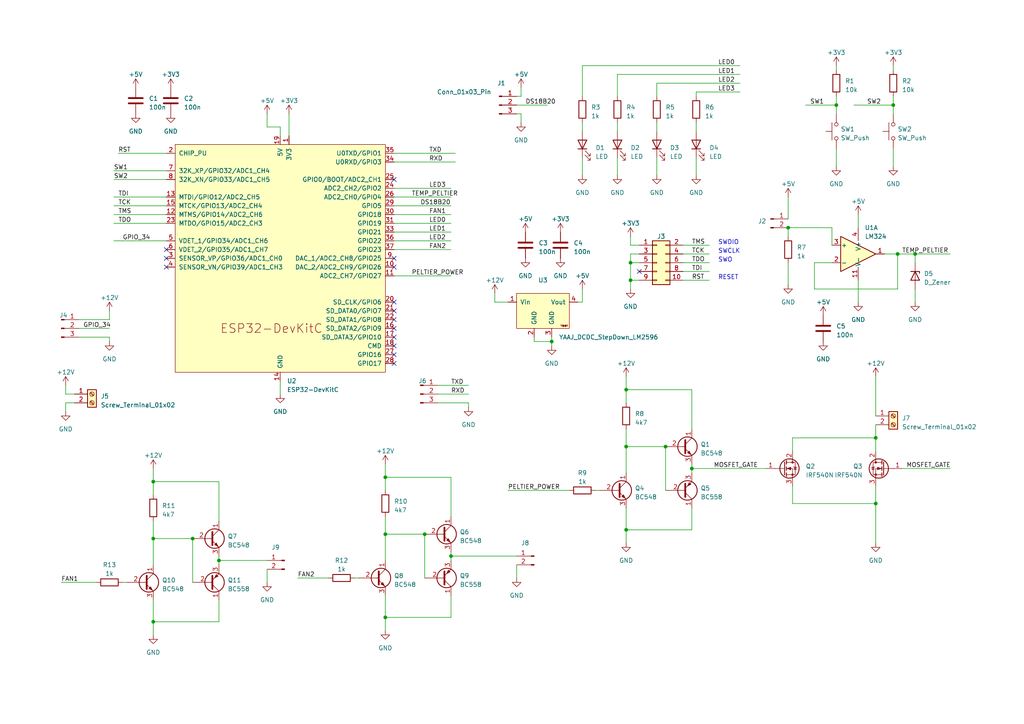
<source format=kicad_sch>
(kicad_sch (version 20230121) (generator eeschema)
  (paper "A4")
  (lib_symbols
    (symbol "Amplifier_Operational:LM324" (pin_names (offset 0.127))
      (property "Reference" "U" (at 0 5.08 0))
      (property "Value" "LM324" (at 0 -5.08 0))
      (symbol "LM324_1_1"
        (polyline (pts (xy -5.08 5.08) (xy 5.08 0) (xy -5.08 -5.08) (xy -5.08 5.08)) (stroke (width 0.254)) (fill (type background)))
        (pin output line (at 7.62 0 180) (length 2.54) (name "~") (number "1"))
        (pin input line (at -7.62 -2.54 0) (length 2.54) (name "-") (number "2"))
        (pin input line (at -7.62 2.54 0) (length 2.54) (name "+") (number "3"))
      )
      (symbol "LM324_2_1"
        (polyline (pts (xy -5.08 5.08) (xy 5.08 0) (xy -5.08 -5.08) (xy -5.08 5.08)) (stroke (width 0.254)) (fill (type background)))
        (pin input line (at -7.62 2.54 0) (length 2.54) (name "+") (number "5"))
        (pin input line (at -7.62 -2.54 0) (length 2.54) (name "-") (number "6"))
        (pin output line (at 7.62 0 180) (length 2.54) (name "~") (number "7"))
      )
      (symbol "LM324_3_1"
        (polyline (pts (xy -5.08 5.08) (xy 5.08 0) (xy -5.08 -5.08) (xy -5.08 5.08)) (stroke (width 0.254)) (fill (type background)))
        (pin input line (at -7.62 2.54 0) (length 2.54) (name "+") (number "10"))
        (pin output line (at 7.62 0 180) (length 2.54) (name "~") (number "8"))
        (pin input line (at -7.62 -2.54 0) (length 2.54) (name "-") (number "9"))
      )
      (symbol "LM324_4_1"
        (polyline (pts (xy -5.08 5.08) (xy 5.08 0) (xy -5.08 -5.08) (xy -5.08 5.08)) (stroke (width 0.254)) (fill (type background)))
        (pin input line (at -7.62 2.54 0) (length 2.54) (name "+") (number "12"))
        (pin input line (at -7.62 -2.54 0) (length 2.54) (name "-") (number "13"))
        (pin output line (at 7.62 0 180) (length 2.54) (name "~") (number "14"))
      )
      (symbol "LM324_5_1"
        (pin power_in line (at -2.54 -7.62 90) (length 3.81) (name "V-") (number "11"))
        (pin power_in line (at -2.54 7.62 270) (length 3.81) (name "V+") (number "4"))
      )
    )
    (symbol "Connector:Conn_01x02_Pin" (pin_names (offset 1.016) hide)
      (property "Reference" "J" (at 0 2.54 0))
      (property "Value" "Conn_01x02_Pin" (at 0 -5.08 0))
      (symbol "Conn_01x02_Pin_1_1"
        (polyline (pts (xy 1.27 -2.54) (xy 0.8636 -2.54)) (stroke (width 0.1524)))
        (polyline (pts (xy 1.27 0) (xy 0.8636 0)) (stroke (width 0.1524)))
        (rectangle (start 0.8636 -2.413) (end 0 -2.667) (stroke (width 0.1524)) (fill (type outline)))
        (rectangle (start 0.8636 0.127) (end 0 -0.127) (stroke (width 0.1524)) (fill (type outline)))
        (pin passive line (at 5.08 0 180) (length 3.81) (name "Pin_1") (number "1"))
        (pin passive line (at 5.08 -2.54 180) (length 3.81) (name "Pin_2") (number "2"))
      )
    )
    (symbol "Connector:Conn_01x03_Pin" (pin_names (offset 1.016) hide)
      (property "Reference" "J" (at 0 5.08 0))
      (property "Value" "Conn_01x03_Pin" (at 0 -5.08 0))
      (symbol "Conn_01x03_Pin_1_1"
        (polyline (pts (xy 1.27 -2.54) (xy 0.8636 -2.54)) (stroke (width 0.1524)))
        (polyline (pts (xy 1.27 0) (xy 0.8636 0)) (stroke (width 0.1524)))
        (polyline (pts (xy 1.27 2.54) (xy 0.8636 2.54)) (stroke (width 0.1524)))
        (rectangle (start 0.8636 -2.413) (end 0 -2.667) (stroke (width 0.1524)) (fill (type outline)))
        (rectangle (start 0.8636 0.127) (end 0 -0.127) (stroke (width 0.1524)) (fill (type outline)))
        (rectangle (start 0.8636 2.667) (end 0 2.413) (stroke (width 0.1524)) (fill (type outline)))
        (pin passive line (at 5.08 2.54 180) (length 3.81) (name "Pin_1") (number "1"))
        (pin passive line (at 5.08 0 180) (length 3.81) (name "Pin_2") (number "2"))
        (pin passive line (at 5.08 -2.54 180) (length 3.81) (name "Pin_3") (number "3"))
      )
    )
    (symbol "Connector:Screw_Terminal_01x02" (pin_names (offset 1.016) hide)
      (property "Reference" "J" (at 0 2.54 0))
      (property "Value" "Screw_Terminal_01x02" (at 0 -5.08 0))
      (symbol "Screw_Terminal_01x02_1_1"
        (rectangle (start -1.27 1.27) (end 1.27 -3.81) (stroke (width 0.254)) (fill (type background)))
        (circle (center 0 -2.54) (radius 0.635) (stroke (width 0.1524)))
        (polyline (pts (xy -0.5334 -2.2098) (xy 0.3302 -3.048)) (stroke (width 0.1524)))
        (polyline (pts (xy -0.5334 0.3302) (xy 0.3302 -0.508)) (stroke (width 0.1524)))
        (polyline (pts (xy -0.3556 -2.032) (xy 0.508 -2.8702)) (stroke (width 0.1524)))
        (polyline (pts (xy -0.3556 0.508) (xy 0.508 -0.3302)) (stroke (width 0.1524)))
        (circle (center 0 0) (radius 0.635) (stroke (width 0.1524)))
        (pin passive line (at -5.08 0 0) (length 3.81) (name "Pin_1") (number "1"))
        (pin passive line (at -5.08 -2.54 0) (length 3.81) (name "Pin_2") (number "2"))
      )
    )
    (symbol "Connector_Generic:Conn_02x05_Odd_Even" (pin_names (offset 1.016) hide)
      (property "Reference" "J" (at 1.27 7.62 0))
      (property "Value" "Conn_02x05_Odd_Even" (at 1.27 -7.62 0))
      (symbol "Conn_02x05_Odd_Even_1_1"
        (rectangle (start -1.27 -4.953) (end 0 -5.207) (stroke (width 0.1524)))
        (rectangle (start -1.27 -2.413) (end 0 -2.667) (stroke (width 0.1524)))
        (rectangle (start -1.27 0.127) (end 0 -0.127) (stroke (width 0.1524)))
        (rectangle (start -1.27 2.667) (end 0 2.413) (stroke (width 0.1524)))
        (rectangle (start -1.27 5.207) (end 0 4.953) (stroke (width 0.1524)))
        (rectangle (start -1.27 6.35) (end 3.81 -6.35) (stroke (width 0.254)) (fill (type background)))
        (rectangle (start 3.81 -4.953) (end 2.54 -5.207) (stroke (width 0.1524)))
        (rectangle (start 3.81 -2.413) (end 2.54 -2.667) (stroke (width 0.1524)))
        (rectangle (start 3.81 0.127) (end 2.54 -0.127) (stroke (width 0.1524)))
        (rectangle (start 3.81 2.667) (end 2.54 2.413) (stroke (width 0.1524)))
        (rectangle (start 3.81 5.207) (end 2.54 4.953) (stroke (width 0.1524)))
        (pin passive line (at -5.08 5.08 0) (length 3.81) (name "Pin_1") (number "1"))
        (pin passive line (at 7.62 -5.08 180) (length 3.81) (name "Pin_10") (number "10"))
        (pin passive line (at 7.62 5.08 180) (length 3.81) (name "Pin_2") (number "2"))
        (pin passive line (at -5.08 2.54 0) (length 3.81) (name "Pin_3") (number "3"))
        (pin passive line (at 7.62 2.54 180) (length 3.81) (name "Pin_4") (number "4"))
        (pin passive line (at -5.08 0 0) (length 3.81) (name "Pin_5") (number "5"))
        (pin passive line (at 7.62 0 180) (length 3.81) (name "Pin_6") (number "6"))
        (pin passive line (at -5.08 -2.54 0) (length 3.81) (name "Pin_7") (number "7"))
        (pin passive line (at 7.62 -2.54 180) (length 3.81) (name "Pin_8") (number "8"))
        (pin passive line (at -5.08 -5.08 0) (length 3.81) (name "Pin_9") (number "9"))
      )
    )
    (symbol "Device:C" (pin_numbers hide) (pin_names (offset 0.254))
      (property "Reference" "C" (at 0.635 2.54 0))
      (property "Value" "C" (at 0.635 -2.54 0))
      (symbol "C_0_1"
        (polyline (pts (xy -2.032 -0.762) (xy 2.032 -0.762)) (stroke (width 0.508)))
        (polyline (pts (xy -2.032 0.762) (xy 2.032 0.762)) (stroke (width 0.508)))
      )
      (symbol "C_1_1"
        (pin passive line (at 0 3.81 270) (length 2.794) (name "~") (number "1"))
        (pin passive line (at 0 -3.81 90) (length 2.794) (name "~") (number "2"))
      )
    )
    (symbol "Device:D_Zener" (pin_numbers hide) (pin_names (offset 1.016) hide)
      (property "Reference" "D" (at 0 2.54 0))
      (property "Value" "D_Zener" (at 0 -2.54 0))
      (symbol "D_Zener_0_1"
        (polyline (pts (xy 1.27 0) (xy -1.27 0)))
        (polyline (pts (xy -1.27 -1.27) (xy -1.27 1.27) (xy -0.762 1.27)) (stroke (width 0.254)))
        (polyline (pts (xy 1.27 -1.27) (xy 1.27 1.27) (xy -1.27 0) (xy 1.27 -1.27)) (stroke (width 0.254)))
      )
      (symbol "D_Zener_1_1"
        (pin passive line (at -3.81 0 0) (length 2.54) (name "K") (number "1"))
        (pin passive line (at 3.81 0 180) (length 2.54) (name "A") (number "2"))
      )
    )
    (symbol "Device:LED" (pin_numbers hide) (pin_names (offset 1.016) hide)
      (property "Reference" "D" (at 0 2.54 0))
      (property "Value" "LED" (at 0 -2.54 0))
      (symbol "LED_0_1"
        (polyline (pts (xy -1.27 -1.27) (xy -1.27 1.27)) (stroke (width 0.254)))
        (polyline (pts (xy -1.27 0) (xy 1.27 0)))
        (polyline (pts (xy 1.27 -1.27) (xy 1.27 1.27) (xy -1.27 0) (xy 1.27 -1.27)) (stroke (width 0.254)))
        (polyline (pts (xy -3.048 -0.762) (xy -4.572 -2.286) (xy -3.81 -2.286) (xy -4.572 -2.286) (xy -4.572 -1.524)))
        (polyline (pts (xy -1.778 -0.762) (xy -3.302 -2.286) (xy -2.54 -2.286) (xy -3.302 -2.286) (xy -3.302 -1.524)))
      )
      (symbol "LED_1_1"
        (pin passive line (at -3.81 0 0) (length 2.54) (name "K") (number "1"))
        (pin passive line (at 3.81 0 180) (length 2.54) (name "A") (number "2"))
      )
    )
    (symbol "Device:R" (pin_numbers hide) (pin_names (offset 0))
      (property "Reference" "R" (at 2.032 0 90))
      (property "Value" "R" (at 0 0 90))
      (symbol "R_0_1"
        (rectangle (start -1.016 -2.54) (end 1.016 2.54) (stroke (width 0.254)))
      )
      (symbol "R_1_1"
        (pin passive line (at 0 3.81 270) (length 1.27) (name "~") (number "1"))
        (pin passive line (at 0 -3.81 90) (length 1.27) (name "~") (number "2"))
      )
    )
    (symbol "Espressif:ESP32-DevKitC" (pin_names (offset 1.016))
      (property "Reference" "U" (at -30.48 38.1 0))
      (property "Value" "ESP32-DevKitC" (at -30.48 35.56 0))
      (symbol "ESP32-DevKitC_0_0"
        (text "ESP32-DevKitC" (at -2.54 -20.32 0) (effects (font (size 2.54 2.54))))
        (pin power_in line (at 0 -35.56 90) (length 2.54) (name "GND") (number "14"))
        (pin power_in line (at 0 35.56 270) (length 2.54) (name "5V") (number "19"))
      )
      (symbol "ESP32-DevKitC_0_1"
        (rectangle (start -30.48 33.02) (end 30.48 -33.02) (fill (type background)))
      )
      (symbol "ESP32-DevKitC_1_1"
        (pin power_in line (at 2.54 35.56 270) (length 2.54) (name "3V3") (number "1"))
        (pin bidirectional line (at 33.02 -2.54 180) (length 2.54) (name "DAC_2/ADC2_CH9/GPIO26") (number "10"))
        (pin bidirectional line (at 33.02 -5.08 180) (length 2.54) (name "ADC2_CH7/GPIO27") (number "11"))
        (pin bidirectional line (at -33.02 12.7 0) (length 2.54) (name "MTMS/GPIO14/ADC2_CH6") (number "12"))
        (pin bidirectional line (at -33.02 17.78 0) (length 2.54) (name "MTDI/GPIO12/ADC2_CH5") (number "13"))
        (pin bidirectional line (at -33.02 15.24 0) (length 2.54) (name "MTCK/GPIO13/ADC2_CH4") (number "15"))
        (pin bidirectional line (at 33.02 -20.32 180) (length 2.54) (name "SD_DATA2/GPIO9") (number "16"))
        (pin bidirectional line (at 33.02 -22.86 180) (length 2.54) (name "SD_DATA3/GPIO10") (number "17"))
        (pin bidirectional line (at 33.02 -25.4 180) (length 2.54) (name "CMD") (number "18"))
        (pin input line (at -33.02 30.48 0) (length 2.54) (name "CHIP_PU") (number "2"))
        (pin bidirectional line (at 33.02 -12.7 180) (length 2.54) (name "SD_CLK/GPIO6") (number "20"))
        (pin bidirectional line (at 33.02 -15.24 180) (length 2.54) (name "SD_DATA0/GPIO7") (number "21"))
        (pin bidirectional line (at 33.02 -17.78 180) (length 2.54) (name "SD_DATA1/GPIO8") (number "22"))
        (pin bidirectional line (at -33.02 10.16 0) (length 2.54) (name "MTDO/GPIO15/ADC2_CH3") (number "23"))
        (pin bidirectional line (at 33.02 20.32 180) (length 2.54) (name "ADC2_CH2/GPIO2") (number "24"))
        (pin bidirectional line (at 33.02 22.86 180) (length 2.54) (name "GPIO0/BOOT/ADC2_CH1") (number "25"))
        (pin bidirectional line (at 33.02 17.78 180) (length 2.54) (name "ADC2_CH0/GPIO4") (number "26"))
        (pin bidirectional line (at 33.02 -27.94 180) (length 2.54) (name "GPIO16") (number "27"))
        (pin bidirectional line (at 33.02 -30.48 180) (length 2.54) (name "GPIO17") (number "28"))
        (pin bidirectional line (at 33.02 15.24 180) (length 2.54) (name "GPIO5") (number "29"))
        (pin input line (at -33.02 0 0) (length 2.54) (name "SENSOR_VP/GPIO36/ADC1_CH0") (number "3"))
        (pin bidirectional line (at 33.02 12.7 180) (length 2.54) (name "GPIO18") (number "30"))
        (pin bidirectional line (at 33.02 10.16 180) (length 2.54) (name "GPIO19") (number "31"))
        (pin passive line (at 0 -35.56 90) (length 2.54) hide (name "GND") (number "32"))
        (pin bidirectional line (at 33.02 7.62 180) (length 2.54) (name "GPIO21") (number "33"))
        (pin bidirectional line (at 33.02 27.94 180) (length 2.54) (name "U0RXD/GPIO3") (number "34"))
        (pin bidirectional line (at 33.02 30.48 180) (length 2.54) (name "U0TXD/GPIO1") (number "35"))
        (pin bidirectional line (at 33.02 5.08 180) (length 2.54) (name "GPIO22") (number "36"))
        (pin bidirectional line (at 33.02 2.54 180) (length 2.54) (name "GPIO23") (number "37"))
        (pin passive line (at 0 -35.56 90) (length 2.54) hide (name "GND") (number "38"))
        (pin input line (at -33.02 -2.54 0) (length 2.54) (name "SENSOR_VN/GPIO39/ADC1_CH3") (number "4"))
        (pin input line (at -33.02 5.08 0) (length 2.54) (name "VDET_1/GPIO34/ADC1_CH6") (number "5"))
        (pin input line (at -33.02 2.54 0) (length 2.54) (name "VDET_2/GPIO35/ADC1_CH7") (number "6"))
        (pin bidirectional line (at -33.02 25.4 0) (length 2.54) (name "32K_XP/GPIO32/ADC1_CH4") (number "7"))
        (pin bidirectional line (at -33.02 22.86 0) (length 2.54) (name "32K_XN/GPIO33/ADC1_CH5") (number "8"))
        (pin bidirectional line (at 33.02 0 180) (length 2.54) (name "DAC_1/ADC2_CH8/GPIO25") (number "9"))
      )
    )
    (symbol "Switch:SW_Push" (pin_numbers hide) (pin_names (offset 1.016) hide)
      (property "Reference" "SW" (at 1.27 2.54 0))
      (property "Value" "SW_Push" (at 0 -1.524 0))
      (symbol "SW_Push_0_1"
        (circle (center -2.032 0) (radius 0.508))
        (polyline (pts (xy 0 1.27) (xy 0 3.048)))
        (polyline (pts (xy 2.54 1.27) (xy -2.54 1.27)))
        (circle (center 2.032 0) (radius 0.508))
        (pin passive line (at -5.08 0 0) (length 2.54) (name "1") (number "1"))
        (pin passive line (at 5.08 0 180) (length 2.54) (name "2") (number "2"))
      )
    )
    (symbol "Transistor_BJT:BC548" (pin_names (offset 0) hide)
      (property "Reference" "Q" (at 5.08 1.905 0))
      (property "Value" "BC548" (at 5.08 0 0))
      (symbol "BC548_0_1"
        (polyline (pts (xy 0 0) (xy 0.635 0)))
        (polyline (pts (xy 0.635 0.635) (xy 2.54 2.54)))
        (polyline (pts (xy 0.635 -0.635) (xy 2.54 -2.54) (xy 2.54 -2.54)))
        (polyline (pts (xy 0.635 1.905) (xy 0.635 -1.905) (xy 0.635 -1.905)) (stroke (width 0.508)))
        (polyline (pts (xy 1.27 -1.778) (xy 1.778 -1.27) (xy 2.286 -2.286) (xy 1.27 -1.778) (xy 1.27 -1.778)) (fill (type outline)))
        (circle (center 1.27 0) (radius 2.8194) (stroke (width 0.254)))
      )
      (symbol "BC548_1_1"
        (pin passive line (at 2.54 5.08 270) (length 2.54) (name "C") (number "1"))
        (pin input line (at -5.08 0 0) (length 5.08) (name "B") (number "2"))
        (pin passive line (at 2.54 -5.08 90) (length 2.54) (name "E") (number "3"))
      )
    )
    (symbol "Transistor_BJT:BC558" (pin_names (offset 0) hide)
      (property "Reference" "Q" (at 5.08 1.905 0))
      (property "Value" "BC558" (at 5.08 0 0))
      (symbol "BC558_0_1"
        (polyline (pts (xy 0.635 0.635) (xy 2.54 2.54)))
        (polyline (pts (xy 0.635 -0.635) (xy 2.54 -2.54) (xy 2.54 -2.54)))
        (polyline (pts (xy 0.635 1.905) (xy 0.635 -1.905) (xy 0.635 -1.905)) (stroke (width 0.508)))
        (polyline (pts (xy 2.286 -1.778) (xy 1.778 -2.286) (xy 1.27 -1.27) (xy 2.286 -1.778) (xy 2.286 -1.778)) (fill (type outline)))
        (circle (center 1.27 0) (radius 2.8194) (stroke (width 0.254)))
      )
      (symbol "BC558_1_1"
        (pin passive line (at 2.54 5.08 270) (length 2.54) (name "C") (number "1"))
        (pin input line (at -5.08 0 0) (length 5.715) (name "B") (number "2"))
        (pin passive line (at 2.54 -5.08 90) (length 2.54) (name "E") (number "3"))
      )
    )
    (symbol "Transistor_FET:IRF540N" (pin_names hide)
      (property "Reference" "Q" (at 6.35 1.905 0))
      (property "Value" "IRF540N" (at 6.35 0 0))
      (symbol "IRF540N_0_1"
        (polyline (pts (xy 0.254 0) (xy -2.54 0)))
        (polyline (pts (xy 0.254 1.905) (xy 0.254 -1.905)) (stroke (width 0.254)))
        (polyline (pts (xy 0.762 -1.27) (xy 0.762 -2.286)) (stroke (width 0.254)))
        (polyline (pts (xy 0.762 0.508) (xy 0.762 -0.508)) (stroke (width 0.254)))
        (polyline (pts (xy 0.762 2.286) (xy 0.762 1.27)) (stroke (width 0.254)))
        (polyline (pts (xy 2.54 2.54) (xy 2.54 1.778)))
        (polyline (pts (xy 2.54 -2.54) (xy 2.54 0) (xy 0.762 0)))
        (polyline (pts (xy 0.762 -1.778) (xy 3.302 -1.778) (xy 3.302 1.778) (xy 0.762 1.778)))
        (polyline (pts (xy 1.016 0) (xy 2.032 0.381) (xy 2.032 -0.381) (xy 1.016 0)) (fill (type outline)))
        (polyline (pts (xy 2.794 0.508) (xy 2.921 0.381) (xy 3.683 0.381) (xy 3.81 0.254)))
        (polyline (pts (xy 3.302 0.381) (xy 2.921 -0.254) (xy 3.683 -0.254) (xy 3.302 0.381)))
        (circle (center 1.651 0) (radius 2.794) (stroke (width 0.254)))
        (circle (center 2.54 -1.778) (radius 0.254) (fill (type outline)))
        (circle (center 2.54 1.778) (radius 0.254) (fill (type outline)))
      )
      (symbol "IRF540N_1_1"
        (pin input line (at -5.08 0 0) (length 2.54) (name "G") (number "1"))
        (pin passive line (at 2.54 5.08 270) (length 2.54) (name "D") (number "2"))
        (pin passive line (at 2.54 -5.08 90) (length 2.54) (name "S") (number "3"))
      )
    )
    (symbol "lm2596:YAAJ_DCDC_StepDown_LM2596" (pin_names (offset 1.016))
      (property "Reference" "U" (at -5.08 6.35 0))
      (property "Value" "YAAJ_DCDC_StepDown_LM2596" (at 0 11.43 0))
      (symbol "YAAJ_DCDC_StepDown_LM2596_0_1"
        (rectangle (start -7.62 5.08) (end 7.62 -5.08) (fill (type background)))
      )
      (symbol "YAAJ_DCDC_StepDown_LM2596_1_1"
        (text "Y@@V" (at 6.1976 -4.2672 0) (effects (font (size 0.508 0.508))))
        (pin power_in line (at -10.16 2.54 0) (length 2.54) (name "Vin") (number "1"))
        (pin power_in line (at -2.54 -7.62 90) (length 2.54) (name "GND") (number "2"))
        (pin power_in line (at 2.54 -7.62 90) (length 2.54) (name "GND") (number "3"))
        (pin power_out line (at 10.16 2.54 180) (length 2.54) (name "Vout") (number "4"))
      )
    )
    (symbol "power:+12V" (power) (pin_names (offset 0))
      (property "Value" "+12V" (at 0 3.556 0))
      (symbol "+12V_0_1"
        (polyline (pts (xy -0.762 1.27) (xy 0 2.54)))
        (polyline (pts (xy 0 0) (xy 0 2.54)))
        (polyline (pts (xy 0 2.54) (xy 0.762 1.27)))
      )
      (symbol "+12V_1_1"
        (pin power_in line (at 0 0 90) (length 0) hide (name "+12V") (number "1"))
      )
    )
    (symbol "power:+3V3" (power) (pin_names (offset 0))
      (property "Value" "+3V3" (at 0 3.556 0))
      (symbol "+3V3_0_1"
        (polyline (pts (xy -0.762 1.27) (xy 0 2.54)))
        (polyline (pts (xy 0 0) (xy 0 2.54)))
        (polyline (pts (xy 0 2.54) (xy 0.762 1.27)))
      )
      (symbol "+3V3_1_1"
        (pin power_in line (at 0 0 90) (length 0) hide (name "+3V3") (number "1"))
      )
    )
    (symbol "power:+5V" (power) (pin_names (offset 0))
      (property "Value" "+5V" (at 0 3.556 0))
      (symbol "+5V_0_1"
        (polyline (pts (xy -0.762 1.27) (xy 0 2.54)))
        (polyline (pts (xy 0 0) (xy 0 2.54)))
        (polyline (pts (xy 0 2.54) (xy 0.762 1.27)))
      )
      (symbol "+5V_1_1"
        (pin power_in line (at 0 0 90) (length 0) hide (name "+5V") (number "1"))
      )
    )
    (symbol "power:GND" (power) (pin_names (offset 0))
      (property "Value" "GND" (at 0 -3.81 0))
      (symbol "GND_0_1"
        (polyline (pts (xy 0 0) (xy 0 -1.27) (xy 1.27 -1.27) (xy 0 -2.54) (xy -1.27 -1.27) (xy 0 -1.27)))
      )
      (symbol "GND_1_1"
        (pin power_in line (at 0 0 270) (length 0) hide (name "GND") (number "1"))
      )
    )
  )
  (junction (at 259.08 30.48))
  (junction (at 228.6 66.04))
  (junction (at 193.04 129.54))
  (junction (at 181.61 153.67))
  (junction (at 182.88 81.28))
  (junction (at 111.76 154.94))
  (junction (at 182.88 76.2))
  (junction (at 63.5 162.56))
  (junction (at 254 127))
  (junction (at 181.61 113.03))
  (junction (at 160.02 99.06))
  (junction (at 111.76 179.07))
  (junction (at 130.81 161.29))
  (junction (at 265.43 73.66))
  (junction (at 200.66 135.89))
  (junction (at 44.45 156.21))
  (junction (at 254 146.05))
  (junction (at 111.76 138.43))
  (junction (at 181.61 129.54))
  (junction (at 242.57 30.48))
  (junction (at 55.88 156.21))
  (junction (at 44.45 139.7))
  (junction (at 260.35 73.66))
  (junction (at 123.19 154.94))
  (junction (at 44.45 180.34))
  (no_connect (at 114.3 90.17))
  (no_connect (at 185.42 78.74))
  (no_connect (at 114.3 100.33))
  (no_connect (at 48.26 72.39))
  (no_connect (at 48.26 77.47))
  (no_connect (at 114.3 77.47))
  (no_connect (at 114.3 102.87))
  (no_connect (at 114.3 105.41))
  (no_connect (at 114.3 92.71))
  (no_connect (at 48.26 74.93))
  (no_connect (at 114.3 87.63))
  (no_connect (at 114.3 97.79))
  (no_connect (at 114.3 52.07))
  (no_connect (at 114.3 95.25))
  (no_connect (at 114.3 74.93))
  (wire (pts (xy 127 116.84) (xy 135.89 116.84)))
  (wire (pts (xy 130.81 172.72) (xy 130.81 179.07)))
  (wire (pts (xy 256.54 73.66) (xy 260.35 73.66)))
  (wire (pts (xy 259.08 27.94) (xy 259.08 30.48)))
  (wire (pts (xy 19.05 116.84) (xy 19.05 119.38)))
  (wire (pts (xy 260.35 73.66) (xy 260.35 83.82)))
  (wire (pts (xy 63.5 161.29) (xy 63.5 162.56)))
  (wire (pts (xy 241.3 76.2) (xy 236.22 76.2)))
  (wire (pts (xy 265.43 73.66) (xy 275.59 73.66)))
  (wire (pts (xy 114.3 59.69) (xy 130.81 59.69)))
  (wire (pts (xy 200.66 134.62) (xy 200.66 135.89)))
  (wire (pts (xy 228.6 66.04) (xy 241.3 66.04)))
  (wire (pts (xy 44.45 139.7) (xy 44.45 143.51)))
  (wire (pts (xy 123.19 154.94) (xy 123.19 167.64)))
  (wire (pts (xy 160.02 97.79) (xy 160.02 99.06)))
  (wire (pts (xy 193.04 129.54) (xy 193.04 142.24)))
  (wire (pts (xy 179.07 45.72) (xy 179.07 50.8)))
  (wire (pts (xy 198.12 81.28) (xy 205.74 81.28)))
  (wire (pts (xy 248.92 81.28) (xy 248.92 87.63)))
  (wire (pts (xy 77.47 165.1) (xy 77.47 168.91)))
  (wire (pts (xy 114.3 46.99) (xy 132.08 46.99)))
  (wire (pts (xy 228.6 57.15) (xy 228.6 63.5)))
  (wire (pts (xy 151.13 25.4) (xy 151.13 27.94)))
  (wire (pts (xy 130.81 161.29) (xy 130.81 162.56)))
  (wire (pts (xy 86.36 167.64) (xy 95.25 167.64)))
  (wire (pts (xy 214.63 19.05) (xy 168.91 19.05)))
  (wire (pts (xy 182.88 68.58) (xy 182.88 71.12)))
  (wire (pts (xy 63.5 162.56) (xy 63.5 163.83)))
  (wire (pts (xy 254 140.97) (xy 254 146.05)))
  (wire (pts (xy 33.02 69.85) (xy 48.26 69.85)))
  (wire (pts (xy 149.86 30.48) (xy 158.75 30.48)))
  (wire (pts (xy 63.5 162.56) (xy 77.47 162.56)))
  (wire (pts (xy 143.51 85.09) (xy 143.51 87.63)))
  (wire (pts (xy 190.5 35.56) (xy 190.5 38.1)))
  (wire (pts (xy 33.02 57.15) (xy 48.26 57.15)))
  (wire (pts (xy 33.02 52.07) (xy 48.26 52.07)))
  (wire (pts (xy 201.93 35.56) (xy 201.93 38.1)))
  (wire (pts (xy 182.88 73.66) (xy 185.42 73.66)))
  (wire (pts (xy 21.59 116.84) (xy 19.05 116.84)))
  (wire (pts (xy 182.88 81.28) (xy 182.88 76.2)))
  (wire (pts (xy 147.32 87.63) (xy 143.51 87.63)))
  (wire (pts (xy 190.5 45.72) (xy 190.5 50.8)))
  (wire (pts (xy 149.86 27.94) (xy 151.13 27.94)))
  (wire (pts (xy 111.76 179.07) (xy 111.76 182.88)))
  (wire (pts (xy 149.86 163.83) (xy 149.86 167.64)))
  (wire (pts (xy 130.81 149.86) (xy 130.81 138.43)))
  (wire (pts (xy 172.72 142.24) (xy 173.99 142.24)))
  (wire (pts (xy 111.76 179.07) (xy 130.81 179.07)))
  (wire (pts (xy 81.28 36.83) (xy 77.47 36.83)))
  (wire (pts (xy 22.86 95.25) (xy 31.75 95.25)))
  (wire (pts (xy 168.91 45.72) (xy 168.91 50.8)))
  (wire (pts (xy 259.08 43.18) (xy 259.08 48.26)))
  (wire (pts (xy 44.45 173.99) (xy 44.45 180.34)))
  (wire (pts (xy 114.3 72.39) (xy 130.81 72.39)))
  (wire (pts (xy 63.5 173.99) (xy 63.5 180.34)))
  (wire (pts (xy 19.05 111.76) (xy 19.05 114.3)))
  (wire (pts (xy 198.12 76.2) (xy 205.74 76.2)))
  (wire (pts (xy 181.61 109.22) (xy 181.61 113.03)))
  (wire (pts (xy 254 127) (xy 254 130.81)))
  (wire (pts (xy 233.68 30.48) (xy 242.57 30.48)))
  (wire (pts (xy 242.57 43.18) (xy 242.57 48.26)))
  (wire (pts (xy 22.86 92.71) (xy 31.75 92.71)))
  (wire (pts (xy 130.81 161.29) (xy 149.86 161.29)))
  (wire (pts (xy 35.56 168.91) (xy 36.83 168.91)))
  (wire (pts (xy 198.12 73.66) (xy 205.74 73.66)))
  (wire (pts (xy 114.3 54.61) (xy 130.81 54.61)))
  (wire (pts (xy 114.3 44.45) (xy 132.08 44.45)))
  (wire (pts (xy 168.91 19.05) (xy 168.91 27.94)))
  (wire (pts (xy 102.87 167.64) (xy 104.14 167.64)))
  (wire (pts (xy 181.61 113.03) (xy 181.61 116.84)))
  (wire (pts (xy 114.3 69.85) (xy 130.81 69.85)))
  (wire (pts (xy 254 109.22) (xy 254 120.65)))
  (wire (pts (xy 228.6 66.04) (xy 228.6 68.58)))
  (wire (pts (xy 185.42 71.12) (xy 182.88 71.12)))
  (wire (pts (xy 198.12 71.12) (xy 205.74 71.12)))
  (wire (pts (xy 265.43 73.66) (xy 265.43 76.2)))
  (wire (pts (xy 63.5 139.7) (xy 44.45 139.7)))
  (wire (pts (xy 44.45 156.21) (xy 44.45 163.83)))
  (wire (pts (xy 44.45 156.21) (xy 55.88 156.21)))
  (wire (pts (xy 33.02 49.53) (xy 48.26 49.53)))
  (wire (pts (xy 111.76 149.86) (xy 111.76 154.94)))
  (wire (pts (xy 154.94 97.79) (xy 154.94 99.06)))
  (wire (pts (xy 77.47 33.02) (xy 77.47 36.83)))
  (wire (pts (xy 111.76 154.94) (xy 123.19 154.94)))
  (wire (pts (xy 229.87 127) (xy 254 127)))
  (wire (pts (xy 181.61 129.54) (xy 193.04 129.54)))
  (wire (pts (xy 265.43 83.82) (xy 265.43 87.63)))
  (wire (pts (xy 242.57 19.05) (xy 242.57 20.32)))
  (wire (pts (xy 181.61 153.67) (xy 181.61 157.48)))
  (wire (pts (xy 190.5 27.94) (xy 190.5 24.13)))
  (wire (pts (xy 201.93 26.67) (xy 214.63 26.67)))
  (wire (pts (xy 44.45 180.34) (xy 63.5 180.34)))
  (wire (pts (xy 130.81 160.02) (xy 130.81 161.29)))
  (wire (pts (xy 181.61 153.67) (xy 200.66 153.67)))
  (wire (pts (xy 261.62 135.89) (xy 275.59 135.89)))
  (wire (pts (xy 182.88 81.28) (xy 182.88 83.82)))
  (wire (pts (xy 254 146.05) (xy 254 157.48)))
  (wire (pts (xy 149.86 33.02) (xy 151.13 33.02)))
  (wire (pts (xy 147.32 142.24) (xy 165.1 142.24)))
  (wire (pts (xy 168.91 35.56) (xy 168.91 38.1)))
  (wire (pts (xy 179.07 21.59) (xy 214.63 21.59)))
  (wire (pts (xy 33.02 62.23) (xy 48.26 62.23)))
  (wire (pts (xy 168.91 87.63) (xy 168.91 83.82)))
  (wire (pts (xy 151.13 35.56) (xy 151.13 33.02)))
  (wire (pts (xy 200.66 147.32) (xy 200.66 153.67)))
  (wire (pts (xy 247.65 30.48) (xy 259.08 30.48)))
  (wire (pts (xy 198.12 78.74) (xy 205.74 78.74)))
  (wire (pts (xy 21.59 114.3) (xy 19.05 114.3)))
  (wire (pts (xy 17.78 168.91) (xy 27.94 168.91)))
  (wire (pts (xy 167.64 87.63) (xy 168.91 87.63)))
  (wire (pts (xy 179.07 27.94) (xy 179.07 21.59)))
  (wire (pts (xy 34.29 44.45) (xy 48.26 44.45)))
  (wire (pts (xy 236.22 76.2) (xy 236.22 83.82)))
  (wire (pts (xy 201.93 45.72) (xy 201.93 50.8)))
  (wire (pts (xy 81.28 110.49) (xy 81.28 114.3)))
  (wire (pts (xy 44.45 151.13) (xy 44.45 156.21)))
  (wire (pts (xy 179.07 35.56) (xy 179.07 38.1)))
  (wire (pts (xy 114.3 67.31) (xy 130.81 67.31)))
  (wire (pts (xy 33.02 59.69) (xy 48.26 59.69)))
  (wire (pts (xy 135.89 116.84) (xy 135.89 118.11)))
  (wire (pts (xy 63.5 151.13) (xy 63.5 139.7)))
  (wire (pts (xy 31.75 97.79) (xy 31.75 99.06)))
  (wire (pts (xy 229.87 146.05) (xy 254 146.05)))
  (wire (pts (xy 259.08 30.48) (xy 259.08 33.02)))
  (wire (pts (xy 228.6 76.2) (xy 228.6 82.55)))
  (wire (pts (xy 114.3 62.23) (xy 130.81 62.23)))
  (wire (pts (xy 130.81 138.43) (xy 111.76 138.43)))
  (wire (pts (xy 229.87 130.81) (xy 229.87 127)))
  (wire (pts (xy 154.94 99.06) (xy 160.02 99.06)))
  (wire (pts (xy 111.76 172.72) (xy 111.76 179.07)))
  (wire (pts (xy 185.42 81.28) (xy 182.88 81.28)))
  (wire (pts (xy 248.92 62.23) (xy 248.92 66.04)))
  (wire (pts (xy 111.76 138.43) (xy 111.76 142.24)))
  (wire (pts (xy 200.66 135.89) (xy 200.66 137.16)))
  (wire (pts (xy 55.88 156.21) (xy 55.88 168.91)))
  (wire (pts (xy 83.82 33.02) (xy 83.82 39.37)))
  (wire (pts (xy 111.76 134.62) (xy 111.76 138.43)))
  (wire (pts (xy 127 114.3) (xy 135.89 114.3)))
  (wire (pts (xy 181.61 147.32) (xy 181.61 153.67)))
  (wire (pts (xy 114.3 64.77) (xy 130.81 64.77)))
  (wire (pts (xy 229.87 140.97) (xy 229.87 146.05)))
  (wire (pts (xy 182.88 76.2) (xy 185.42 76.2)))
  (wire (pts (xy 81.28 39.37) (xy 81.28 36.83)))
  (wire (pts (xy 254 123.19) (xy 254 127)))
  (wire (pts (xy 22.86 97.79) (xy 31.75 97.79)))
  (wire (pts (xy 181.61 129.54) (xy 181.61 137.16)))
  (wire (pts (xy 33.02 64.77) (xy 48.26 64.77)))
  (wire (pts (xy 44.45 135.89) (xy 44.45 139.7)))
  (wire (pts (xy 182.88 76.2) (xy 182.88 73.66)))
  (wire (pts (xy 114.3 57.15) (xy 130.81 57.15)))
  (wire (pts (xy 31.75 90.17) (xy 31.75 92.71)))
  (wire (pts (xy 201.93 27.94) (xy 201.93 26.67)))
  (wire (pts (xy 114.3 80.01) (xy 130.81 80.01)))
  (wire (pts (xy 260.35 73.66) (xy 265.43 73.66)))
  (wire (pts (xy 242.57 27.94) (xy 242.57 30.48)))
  (wire (pts (xy 160.02 99.06) (xy 160.02 100.33)))
  (wire (pts (xy 236.22 83.82) (xy 260.35 83.82)))
  (wire (pts (xy 190.5 24.13) (xy 214.63 24.13)))
  (wire (pts (xy 241.3 71.12) (xy 241.3 66.04)))
  (wire (pts (xy 44.45 180.34) (xy 44.45 184.15)))
  (wire (pts (xy 200.66 113.03) (xy 181.61 113.03)))
  (wire (pts (xy 111.76 154.94) (xy 111.76 162.56)))
  (wire (pts (xy 259.08 19.05) (xy 259.08 20.32)))
  (wire (pts (xy 127 111.76) (xy 135.89 111.76)))
  (wire (pts (xy 200.66 124.46) (xy 200.66 113.03)))
  (wire (pts (xy 200.66 135.89) (xy 222.25 135.89)))
  (wire (pts (xy 242.57 30.48) (xy 242.57 33.02)))
  (wire (pts (xy 181.61 124.46) (xy 181.61 129.54)))
  (text "SWDIO" (at 208.28 71.12 0) (effects (font (size 1.27 1.27)) (justify left bottom)))
  (text "SWCLK" (at 208.28 73.66 0) (effects (font (size 1.27 1.27)) (justify left bottom)))
  (text "RESET" (at 208.28 81.28 0) (effects (font (size 1.27 1.27)) (justify left bottom)))
  (text "SWO" (at 208.28 76.2 0) (effects (font (size 1.27 1.27)) (justify left bottom)))
  (label "FAN1" (at 17.78 168.91 0))
  (label "RXD" (at 130.81 114.3 0))
  (label "TDI" (at 34.29 57.15 0))
  (label "LED2" (at 124.46 69.85 0))
  (label "TDO" (at 200.66 76.2 0))
  (label "LED3" (at 124.46 54.61 0))
  (label "RST" (at 34.29 44.45 0))
  (label "DS18B20" (at 152.4 30.48 0))
  (label "SW2" (at 251.46 30.48 0))
  (label "LED3" (at 208.28 26.67 0))
  (label "GPIO_34" (at 35.56 69.85 0))
  (label "TCK" (at 34.29 59.69 0))
  (label "PELTIER_POWER" (at 119.38 80.01 0))
  (label "SW2" (at 33.02 52.07 0))
  (label "FAN2" (at 86.36 167.64 0))
  (label "LED1" (at 124.46 67.31 0))
  (label "FAN1" (at 124.46 62.23 0))
  (label "TEMP_PELTIER" (at 261.62 73.66 0))
  (label "TEMP_PELTIER" (at 119.38 57.15 0))
  (label "LED0" (at 124.46 64.77 0))
  (label "TDO" (at 34.29 64.77 0))
  (label "LED1" (at 208.28 21.59 0))
  (label "TXD" (at 130.81 111.76 0))
  (label "TDI" (at 200.66 78.74 0))
  (label "MOSFET_GATE" (at 207.01 135.89 0))
  (label "TXD" (at 124.46 44.45 0))
  (label "LED0" (at 208.28 19.05 0))
  (label "TCK" (at 200.66 73.66 0))
  (label "LED2" (at 208.28 24.13 0))
  (label "TMS" (at 34.29 62.23 0))
  (label "SW1" (at 33.02 49.53 0))
  (label "TMS" (at 200.66 71.12 0))
  (label "SW1" (at 234.95 30.48 0))
  (label "FAN2" (at 124.46 72.39 0))
  (label "RST" (at 200.66 81.28 0))
  (label "DS18B20" (at 121.92 59.69 0))
  (label "MOSFET_GATE" (at 262.89 135.89 0))
  (label "RXD" (at 124.46 46.99 0))
  (label "GPIO_34" (at 24.13 95.25 0))
  (label "PELTIER_POWER" (at 147.32 142.24 0))
  (symbol (lib_id "Transistor_BJT:BC548") (at 60.96 156.21 0) (unit 1)
    (property "Reference" "Q7" (at 66.04 155.575 0) (effects (justify left)))
    (property "Value" "BC548" (at 66.04 158.115 0) (effects (justify left)))
    (property "Footprint" "Package_TO_SOT_THT:TO-92_Inline" (effects hide))
    (property "Datasheet" "https://www.onsemi.com/pub/Collateral/BC550-D.pdf" (effects hide))
  )
  (symbol (lib_id "power:+3V3") (at 259.08 19.05 0) (unit 1)
    (property "Reference" "#PWR02" (effects hide))
    (property "Value" "+3V3" (at 259.08 15.24 0))
  )
  (symbol (lib_id "power:GND") (at 168.91 50.8 0) (unit 1)
    (property "Reference" "#PWR013" (effects hide))
    (property "Value" "GND" (at 168.91 55.88 0))
  )
  (symbol (lib_id "power:GND") (at 179.07 50.8 0) (unit 1)
    (property "Reference" "#PWR014" (effects hide))
    (property "Value" "GND" (at 179.07 55.88 0))
  )
  (symbol (lib_id "power:GND") (at 49.53 33.02 0) (unit 1)
    (property "Reference" "#PWR07" (effects hide))
    (property "Value" "GND" (at 49.53 38.1 0))
  )
  (symbol (lib_id "power:GND") (at 228.6 82.55 0) (unit 1)
    (property "Reference" "#PWR024" (effects hide))
    (property "Value" "GND" (at 228.6 87.63 0))
  )
  (symbol (lib_id "Connector:Conn_01x02_Pin") (at 82.55 162.56 0) (mirror y) (unit 1)
    (property "Reference" "J9" (at 78.74 158.75 0) (effects (justify right)))
    (property "Value" "Conn_01x02_Pin" (effects hide))
  )
  (symbol (lib_id "Switch:SW_Push") (at 259.08 38.1 90) (unit 1)
    (property "Reference" "SW2" (at 260.35 37.465 90) (effects (justify right)))
    (property "Value" "SW_Push" (at 260.35 40.005 90) (effects (justify right)))
  )
  (symbol (lib_id "Device:R") (at 168.91 31.75 0) (unit 1)
    (property "Reference" "R3" (at 171.45 31.115 0) (effects (justify left)))
    (property "Value" "1k" (at 171.45 33.655 0) (effects (justify left)))
    (property "Footprint" "Resistor_THT:R_Axial_DIN0204_L3.6mm_D1.6mm_P7.62mm_Horizontal" (effects hide))
  )
  (symbol (lib_id "power:GND") (at 265.43 87.63 0) (unit 1)
    (property "Reference" "#PWR029" (effects hide))
    (property "Value" "GND" (at 265.43 92.71 0))
  )
  (symbol (lib_id "power:GND") (at 19.05 119.38 0) (unit 1)
    (property "Reference" "#PWR040" (effects hide))
    (property "Value" "GND" (at 19.05 124.46 0))
  )
  (symbol (lib_id "lm2596:YAAJ_DCDC_StepDown_LM2596") (at 157.48 90.17 0) (unit 1)
    (property "Reference" "U3" (at 157.48 81.28 0))
    (property "Value" "YAAJ_DCDC_StepDown_LM2596" (at 176.53 97.79 0))
    (property "Footprint" "lm2596:YAAJ_DCDC_StepDown_LM2596" (effects hide))
  )
  (symbol (lib_id "Transistor_BJT:BC558") (at 198.12 142.24 0) (mirror x) (unit 1)
    (property "Reference" "Q5" (at 203.2 141.605 0) (effects (justify left)))
    (property "Value" "BC558" (at 203.2 144.145 0) (effects (justify left)))
    (property "Footprint" "Package_TO_SOT_THT:TO-92_Inline" (effects hide))
    (property "Datasheet" "https://www.onsemi.com/pub/Collateral/BC556BTA-D.pdf" (effects hide))
  )
  (symbol (lib_id "Device:LED") (at 168.91 41.91 90) (unit 1)
    (property "Reference" "D1" (at 172.72 42.8625 90) (effects (justify right)))
    (property "Value" "LED" (at 172.72 45.4025 90) (effects (justify right)))
    (property "Footprint" "LED_THT:LED_D3.0mm" (effects hide))
  )
  (symbol (lib_id "power:GND") (at 81.28 114.3 0) (unit 1)
    (property "Reference" "#PWR038" (effects hide))
    (property "Value" "GND" (at 81.28 119.38 0))
  )
  (symbol (lib_id "Device:R") (at 44.45 147.32 0) (unit 1)
    (property "Reference" "R11" (at 46.99 146.685 0) (effects (justify left)))
    (property "Value" "4k7" (at 46.99 149.225 0) (effects (justify left)))
    (property "Footprint" "Resistor_THT:R_Axial_DIN0204_L3.6mm_D1.6mm_P7.62mm_Horizontal" (effects hide))
  )
  (symbol (lib_id "power:GND") (at 152.4 74.93 0) (unit 1)
    (property "Reference" "#PWR022" (effects hide))
    (property "Value" "GND" (at 152.4 80.01 0))
  )
  (symbol (lib_id "Device:C") (at 152.4 71.12 0) (unit 1)
    (property "Reference" "C3" (at 156.21 70.485 0) (effects (justify left)))
    (property "Value" "100n" (at 156.21 73.025 0) (effects (justify left)))
    (property "Footprint" "Capacitor_THT:C_Disc_D7.5mm_W4.4mm_P5.00mm" (effects hide))
  )
  (symbol (lib_id "Device:C") (at 49.53 29.21 0) (unit 1)
    (property "Reference" "C2" (at 53.34 28.575 0) (effects (justify left)))
    (property "Value" "100n" (at 53.34 31.115 0) (effects (justify left)))
    (property "Footprint" "Capacitor_THT:C_Disc_D7.5mm_W4.4mm_P5.00mm" (effects hide))
  )
  (symbol (lib_id "Device:R") (at 242.57 24.13 0) (unit 1)
    (property "Reference" "R1" (at 245.11 23.495 0) (effects (justify left)))
    (property "Value" "10k" (at 245.11 26.035 0) (effects (justify left)))
    (property "Footprint" "Resistor_THT:R_Axial_DIN0204_L3.6mm_D1.6mm_P7.62mm_Horizontal" (effects hide))
  )
  (symbol (lib_id "power:GND") (at 44.45 184.15 0) (unit 1)
    (property "Reference" "#PWR048" (effects hide))
    (property "Value" "GND" (at 44.45 189.23 0))
  )
  (symbol (lib_id "Connector:Screw_Terminal_01x02") (at 259.08 120.65 0) (unit 1)
    (property "Reference" "J7" (at 261.62 121.285 0) (effects (justify left)))
    (property "Value" "Screw_Terminal_01x02" (at 261.62 123.825 0) (effects (justify left)))
  )
  (symbol (lib_id "power:+12V") (at 19.05 111.76 0) (unit 1)
    (property "Reference" "#PWR037" (effects hide))
    (property "Value" "+12V" (at 19.05 107.95 0))
  )
  (symbol (lib_id "power:+5V") (at 151.13 25.4 0) (unit 1)
    (property "Reference" "#PWR05" (effects hide))
    (property "Value" "+5V" (at 151.13 21.59 0))
  )
  (symbol (lib_id "power:GND") (at 181.61 157.48 0) (unit 1)
    (property "Reference" "#PWR043" (effects hide))
    (property "Value" "GND" (at 181.61 162.56 0))
  )
  (symbol (lib_id "power:+5V") (at 39.37 25.4 0) (unit 1)
    (property "Reference" "#PWR03" (effects hide))
    (property "Value" "+5V" (at 39.37 21.59 0))
  )
  (symbol (lib_id "Connector:Conn_01x03_Pin") (at 144.78 30.48 0) (unit 1)
    (property "Reference" "J1" (at 145.415 24.13 0))
    (property "Value" "Conn_01x03_Pin" (at 134.62 26.67 0))
    (property "Footprint" "Connector_PinHeader_2.54mm:PinHeader_1x03_P2.54mm_Vertical" (effects hide))
  )
  (symbol (lib_id "Device:C") (at 162.56 71.12 0) (unit 1)
    (property "Reference" "C4" (at 166.37 70.485 0) (effects (justify left)))
    (property "Value" "100n" (at 166.37 73.025 0) (effects (justify left)))
    (property "Footprint" "Capacitor_THT:C_Disc_D7.5mm_W4.4mm_P5.00mm" (effects hide))
  )
  (symbol (lib_id "Device:R") (at 190.5 31.75 0) (unit 1)
    (property "Reference" "R5" (at 193.04 31.115 0) (effects (justify left)))
    (property "Value" "1k" (at 193.04 33.655 0) (effects (justify left)))
    (property "Footprint" "Resistor_THT:R_Axial_DIN0204_L3.6mm_D1.6mm_P7.62mm_Horizontal" (effects hide))
  )
  (symbol (lib_id "power:GND") (at 259.08 48.26 0) (unit 1)
    (property "Reference" "#PWR012" (effects hide))
    (property "Value" "GND" (at 259.08 53.34 0))
  )
  (symbol (lib_id "Switch:SW_Push") (at 242.57 38.1 90) (unit 1)
    (property "Reference" "SW1" (at 243.84 37.465 90) (effects (justify right)))
    (property "Value" "SW_Push" (at 243.84 40.005 90) (effects (justify right)))
  )
  (symbol (lib_id "Device:R") (at 228.6 72.39 0) (unit 1)
    (property "Reference" "R7" (at 231.14 71.755 0) (effects (justify left)))
    (property "Value" "1k" (at 231.14 74.295 0) (effects (justify left)))
    (property "Footprint" "Resistor_THT:R_Axial_DIN0204_L3.6mm_D1.6mm_P7.62mm_Horizontal" (effects hide))
  )
  (symbol (lib_id "power:+5V") (at 152.4 67.31 0) (unit 1)
    (property "Reference" "#PWR019" (effects hide))
    (property "Value" "+5V" (at 152.4 63.5 0))
  )
  (symbol (lib_id "power:GND") (at 149.86 167.64 0) (unit 1)
    (property "Reference" "#PWR045" (effects hide))
    (property "Value" "GND" (at 149.86 172.72 0))
  )
  (symbol (lib_id "power:GND") (at 190.5 50.8 0) (unit 1)
    (property "Reference" "#PWR015" (effects hide))
    (property "Value" "GND" (at 190.5 55.88 0))
  )
  (symbol (lib_id "Device:LED") (at 179.07 41.91 90) (unit 1)
    (property "Reference" "D2" (at 182.88 42.8625 90) (effects (justify right)))
    (property "Value" "LED" (at 182.88 45.4025 90) (effects (justify right)))
    (property "Footprint" "LED_THT:LED_D3.0mm" (effects hide))
  )
  (symbol (lib_id "Transistor_BJT:BC548") (at 179.07 142.24 0) (unit 1)
    (property "Reference" "Q4" (at 184.15 141.605 0) (effects (justify left)))
    (property "Value" "BC548" (at 184.15 144.145 0) (effects (justify left)))
    (property "Footprint" "Package_TO_SOT_THT:TO-92_Inline" (effects hide))
    (property "Datasheet" "https://www.onsemi.com/pub/Collateral/BC550-D.pdf" (effects hide))
  )
  (symbol (lib_id "Device:R") (at 179.07 31.75 0) (unit 1)
    (property "Reference" "R4" (at 181.61 31.115 0) (effects (justify left)))
    (property "Value" "1k" (at 181.61 33.655 0) (effects (justify left)))
    (property "Footprint" "Resistor_THT:R_Axial_DIN0204_L3.6mm_D1.6mm_P7.62mm_Horizontal" (effects hide))
  )
  (symbol (lib_id "power:GND") (at 77.47 168.91 0) (unit 1)
    (property "Reference" "#PWR046" (effects hide))
    (property "Value" "GND" (at 77.47 173.99 0))
  )
  (symbol (lib_id "power:+5V") (at 228.6 57.15 0) (unit 1)
    (property "Reference" "#PWR017" (effects hide))
    (property "Value" "+5V" (at 228.6 53.34 0))
  )
  (symbol (lib_id "Connector:Conn_01x02_Pin") (at 154.94 161.29 0) (mirror y) (unit 1)
    (property "Reference" "J8" (at 151.13 157.48 0) (effects (justify right)))
    (property "Value" "Conn_01x02_Pin" (effects hide))
  )
  (symbol (lib_id "Transistor_FET:IRF540N") (at 227.33 135.89 0) (unit 1)
    (property "Reference" "Q2" (at 233.68 135.255 0) (effects (justify left)))
    (property "Value" "IRF540N" (at 233.68 137.795 0) (effects (justify left)))
    (property "Footprint" "Package_TO_SOT_THT:TO-220-3_Vertical" (effects hide))
    (property "Datasheet" "http://www.irf.com/product-info/datasheets/data/irf540n.pdf" (effects hide))
  )
  (symbol (lib_id "Amplifier_Operational:LM324") (at 248.92 73.66 0) (unit 1)
    (property "Reference" "U1" (at 252.73 66.04 0))
    (property "Value" "LM324" (at 254 68.58 0))
    (property "Footprint" "Package_DIP:DIP-14_W7.62mm" (effects hide))
    (property "Datasheet" "http://www.ti.com/lit/ds/symlink/lm2902-n.pdf" (effects hide))
  )
  (symbol (lib_id "Device:R") (at 259.08 24.13 0) (unit 1)
    (property "Reference" "R2" (at 261.62 23.495 0) (effects (justify left)))
    (property "Value" "10k" (at 261.62 26.035 0) (effects (justify left)))
    (property "Footprint" "Resistor_THT:R_Axial_DIN0204_L3.6mm_D1.6mm_P7.62mm_Horizontal" (effects hide))
  )
  (symbol (lib_id "Device:R") (at 111.76 146.05 0) (unit 1)
    (property "Reference" "R10" (at 114.3 145.415 0) (effects (justify left)))
    (property "Value" "4k7" (at 114.3 147.955 0) (effects (justify left)))
    (property "Footprint" "Resistor_THT:R_Axial_DIN0204_L3.6mm_D1.6mm_P7.62mm_Horizontal" (effects hide))
  )
  (symbol (lib_id "Transistor_BJT:BC558") (at 128.27 167.64 0) (mirror x) (unit 1)
    (property "Reference" "Q9" (at 133.35 167.005 0) (effects (justify left)))
    (property "Value" "BC558" (at 133.35 169.545 0) (effects (justify left)))
    (property "Footprint" "Package_TO_SOT_THT:TO-92_Inline" (effects hide))
    (property "Datasheet" "https://www.onsemi.com/pub/Collateral/BC556BTA-D.pdf" (effects hide))
  )
  (symbol (lib_id "power:+3V3") (at 182.88 68.58 0) (unit 1)
    (property "Reference" "#PWR021" (effects hide))
    (property "Value" "+3V3" (at 182.88 64.77 0))
  )
  (symbol (lib_id "Device:R") (at 181.61 120.65 0) (unit 1)
    (property "Reference" "R8" (at 184.15 120.015 0) (effects (justify left)))
    (property "Value" "4k7" (at 184.15 122.555 0) (effects (justify left)))
    (property "Footprint" "Resistor_THT:R_Axial_DIN0204_L3.6mm_D1.6mm_P7.62mm_Horizontal" (effects hide))
  )
  (symbol (lib_id "power:GND") (at 135.89 118.11 0) (unit 1)
    (property "Reference" "#PWR039" (effects hide))
    (property "Value" "GND" (at 135.89 123.19 0))
  )
  (symbol (lib_id "Device:D_Zener") (at 265.43 80.01 270) (unit 1)
    (property "Reference" "D5" (at 267.97 79.375 90) (effects (justify left)))
    (property "Value" "D_Zener" (at 267.97 81.915 90) (effects (justify left)))
    (property "Footprint" "Diode_THT:D_A-405_P7.62mm_Horizontal" (effects hide))
  )
  (symbol (lib_id "power:+3V3") (at 162.56 67.31 0) (unit 1)
    (property "Reference" "#PWR020" (effects hide))
    (property "Value" "+3V3" (at 162.56 63.5 0))
  )
  (symbol (lib_id "Device:C") (at 39.37 29.21 0) (unit 1)
    (property "Reference" "C1" (at 43.18 28.575 0) (effects (justify left)))
    (property "Value" "100n" (at 43.18 31.115 0) (effects (justify left)))
    (property "Footprint" "Capacitor_THT:C_Disc_D7.5mm_W4.4mm_P5.00mm" (effects hide))
  )
  (symbol (lib_id "Device:C") (at 238.76 95.25 0) (unit 1)
    (property "Reference" "C5" (at 242.57 94.615 0) (effects (justify left)))
    (property "Value" "100n" (at 242.57 97.155 0) (effects (justify left)))
    (property "Footprint" "Capacitor_THT:C_Disc_D7.5mm_W4.4mm_P5.00mm" (effects hide))
  )
  (symbol (lib_id "power:+12V") (at 143.51 85.09 0) (unit 1)
    (property "Reference" "#PWR027" (effects hide))
    (property "Value" "+12V" (at 143.51 81.28 0))
  )
  (symbol (lib_id "Transistor_BJT:BC548") (at 198.12 129.54 0) (unit 1)
    (property "Reference" "Q1" (at 203.2 128.905 0) (effects (justify left)))
    (property "Value" "BC548" (at 203.2 131.445 0) (effects (justify left)))
    (property "Footprint" "Package_TO_SOT_THT:TO-92_Inline" (effects hide))
    (property "Datasheet" "https://www.onsemi.com/pub/Collateral/BC550-D.pdf" (effects hide))
  )
  (symbol (lib_id "Transistor_BJT:BC558") (at 60.96 168.91 0) (mirror x) (unit 1)
    (property "Reference" "Q11" (at 66.04 168.275 0) (effects (justify left)))
    (property "Value" "BC558" (at 66.04 170.815 0) (effects (justify left)))
    (property "Footprint" "Package_TO_SOT_THT:TO-92_Inline" (effects hide))
    (property "Datasheet" "https://www.onsemi.com/pub/Collateral/BC556BTA-D.pdf" (effects hide))
  )
  (symbol (lib_id "power:+3V3") (at 242.57 19.05 0) (unit 1)
    (property "Reference" "#PWR01" (effects hide))
    (property "Value" "+3V3" (at 242.57 15.24 0))
  )
  (symbol (lib_id "power:+12V") (at 44.45 135.89 0) (unit 1)
    (property "Reference" "#PWR042" (effects hide))
    (property "Value" "+12V" (at 44.45 132.08 0))
  )
  (symbol (lib_id "Connector_Generic:Conn_02x05_Odd_Even") (at 190.5 76.2 0) (unit 1)
    (property "Reference" "J3" (at 191.77 68.58 0))
    (property "Value" "Conn_02x05_Odd_Even" (effects hide))
    (property "Footprint" "Connector_PinHeader_2.54mm:PinHeader_2x05_P2.54mm_Vertical" (effects hide))
  )
  (symbol (lib_id "power:GND") (at 248.92 87.63 0) (unit 1)
    (property "Reference" "#PWR028" (effects hide))
    (property "Value" "GND" (at 248.92 92.71 0))
  )
  (symbol (lib_id "power:GND") (at 160.02 100.33 0) (unit 1)
    (property "Reference" "#PWR034" (effects hide))
    (property "Value" "GND" (at 160.02 105.41 0))
  )
  (symbol (lib_id "power:GND") (at 162.56 74.93 0) (unit 1)
    (property "Reference" "#PWR023" (effects hide))
    (property "Value" "GND" (at 162.56 80.01 0))
  )
  (symbol (lib_id "power:+12V") (at 181.61 109.22 0) (unit 1)
    (property "Reference" "#PWR035" (effects hide))
    (property "Value" "+12V" (at 181.61 105.41 0))
  )
  (symbol (lib_id "Device:LED") (at 201.93 41.91 90) (unit 1)
    (property "Reference" "D4" (at 205.74 42.8625 90) (effects (justify right)))
    (property "Value" "LED" (at 205.74 45.4025 90) (effects (justify right)))
    (property "Footprint" "LED_THT:LED_D3.0mm" (effects hide))
  )
  (symbol (lib_id "Amplifier_Operational:LM324") (at 251.46 73.66 0) (unit 5)
    (property "Reference" "U1" (effects hide))
    (property "Value" "LM324" (effects hide))
    (property "Datasheet" "http://www.ti.com/lit/ds/symlink/lm2902-n.pdf" (effects hide))
  )
  (symbol (lib_id "power:+3V3") (at 49.53 25.4 0) (unit 1)
    (property "Reference" "#PWR04" (effects hide))
    (property "Value" "+3V3" (at 49.53 21.59 0))
  )
  (symbol (lib_id "Connector:Screw_Terminal_01x02") (at 26.67 114.3 0) (unit 1)
    (property "Reference" "J5" (at 29.21 114.935 0) (effects (justify left)))
    (property "Value" "Screw_Terminal_01x02" (at 29.21 117.475 0) (effects (justify left)))
  )
  (symbol (lib_id "power:+5V") (at 168.91 83.82 0) (unit 1)
    (property "Reference" "#PWR025" (effects hide))
    (property "Value" "+5V" (at 168.91 80.01 0))
  )
  (symbol (lib_id "Transistor_BJT:BC548") (at 128.27 154.94 0) (unit 1)
    (property "Reference" "Q6" (at 133.35 154.305 0) (effects (justify left)))
    (property "Value" "BC548" (at 133.35 156.845 0) (effects (justify left)))
    (property "Footprint" "Package_TO_SOT_THT:TO-92_Inline" (effects hide))
    (property "Datasheet" "https://www.onsemi.com/pub/Collateral/BC550-D.pdf" (effects hide))
  )
  (symbol (lib_id "power:+5V") (at 248.92 62.23 0) (unit 1)
    (property "Reference" "#PWR018" (effects hide))
    (property "Value" "+5V" (at 248.92 58.42 0))
  )
  (symbol (lib_id "Transistor_BJT:BC548") (at 109.22 167.64 0) (unit 1)
    (property "Reference" "Q8" (at 114.3 167.005 0) (effects (justify left)))
    (property "Value" "BC548" (at 114.3 169.545 0) (effects (justify left)))
    (property "Footprint" "Package_TO_SOT_THT:TO-92_Inline" (effects hide))
    (property "Datasheet" "https://www.onsemi.com/pub/Collateral/BC550-D.pdf" (effects hide))
  )
  (symbol (lib_id "power:+12V") (at 254 109.22 0) (unit 1)
    (property "Reference" "#PWR036" (effects hide))
    (property "Value" "+12V" (at 254 105.41 0))
  )
  (symbol (lib_id "power:GND") (at 151.13 35.56 0) (unit 1)
    (property "Reference" "#PWR010" (effects hide))
    (property "Value" "GND" (at 151.13 40.64 0))
  )
  (symbol (lib_id "power:+3V3") (at 83.82 33.02 0) (unit 1)
    (property "Reference" "#PWR09" (effects hide))
    (property "Value" "+3V3" (at 83.82 29.21 0))
  )
  (symbol (lib_id "power:+12V") (at 31.75 90.17 0) (unit 1)
    (property "Reference" "#PWR030" (effects hide))
    (property "Value" "+12V" (at 31.75 86.36 0))
  )
  (symbol (lib_id "power:GND") (at 201.93 50.8 0) (unit 1)
    (property "Reference" "#PWR016" (effects hide))
    (property "Value" "GND" (at 201.93 55.88 0))
  )
  (symbol (lib_id "Device:R") (at 99.06 167.64 90) (unit 1)
    (property "Reference" "R12" (at 99.06 162.56 90))
    (property "Value" "1k" (at 99.06 165.1 90))
    (property "Footprint" "Resistor_THT:R_Axial_DIN0204_L3.6mm_D1.6mm_P7.62mm_Horizontal" (effects hide))
  )
  (symbol (lib_id "Transistor_FET:IRF540N") (at 256.54 135.89 0) (mirror y) (unit 1)
    (property "Reference" "Q3" (at 250.19 135.255 0) (effects (justify left)))
    (property "Value" "IRF540N" (at 250.19 137.795 0) (effects (justify left)))
    (property "Footprint" "Package_TO_SOT_THT:TO-220-3_Vertical" (effects hide))
    (property "Datasheet" "http://www.irf.com/product-info/datasheets/data/irf540n.pdf" (effects hide))
  )
  (symbol (lib_id "Device:R") (at 168.91 142.24 90) (unit 1)
    (property "Reference" "R9" (at 168.91 137.16 90))
    (property "Value" "1k" (at 168.91 139.7 90))
    (property "Footprint" "Resistor_THT:R_Axial_DIN0204_L3.6mm_D1.6mm_P7.62mm_Horizontal" (effects hide))
  )
  (symbol (lib_id "power:+12V") (at 111.76 134.62 0) (unit 1)
    (property "Reference" "#PWR041" (effects hide))
    (property "Value" "+12V" (at 111.76 130.81 0))
  )
  (symbol (lib_id "power:+5V") (at 238.76 91.44 0) (unit 1)
    (property "Reference" "#PWR031" (effects hide))
    (property "Value" "+5V" (at 238.76 87.63 0))
  )
  (symbol (lib_id "Transistor_BJT:BC548") (at 41.91 168.91 0) (unit 1)
    (property "Reference" "Q10" (at 46.99 168.275 0) (effects (justify left)))
    (property "Value" "BC548" (at 46.99 170.815 0) (effects (justify left)))
    (property "Footprint" "Package_TO_SOT_THT:TO-92_Inline" (effects hide))
    (property "Datasheet" "https://www.onsemi.com/pub/Collateral/BC550-D.pdf" (effects hide))
  )
  (symbol (lib_id "power:GND") (at 238.76 99.06 0) (unit 1)
    (property "Reference" "#PWR033" (effects hide))
    (property "Value" "GND" (at 238.76 104.14 0))
  )
  (symbol (lib_id "power:+5V") (at 77.47 33.02 0) (unit 1)
    (property "Reference" "#PWR08" (effects hide))
    (property "Value" "+5V" (at 77.47 29.21 0))
  )
  (symbol (lib_id "power:GND") (at 182.88 83.82 0) (unit 1)
    (property "Reference" "#PWR026" (effects hide))
    (property "Value" "GND" (at 182.88 88.9 0))
  )
  (symbol (lib_id "power:GND") (at 39.37 33.02 0) (unit 1)
    (property "Reference" "#PWR06" (effects hide))
    (property "Value" "GND" (at 39.37 38.1 0))
  )
  (symbol (lib_id "Device:R") (at 201.93 31.75 0) (unit 1)
    (property "Reference" "R6" (at 204.47 31.115 0) (effects (justify left)))
    (property "Value" "1k" (at 204.47 33.655 0) (effects (justify left)))
    (property "Footprint" "Resistor_THT:R_Axial_DIN0204_L3.6mm_D1.6mm_P7.62mm_Horizontal" (effects hide))
  )
  (symbol (lib_id "power:GND") (at 242.57 48.26 0) (unit 1)
    (property "Reference" "#PWR011" (effects hide))
    (property "Value" "GND" (at 242.57 53.34 0))
  )
  (symbol (lib_id "power:GND") (at 31.75 99.06 0) (unit 1)
    (property "Reference" "#PWR032" (effects hide))
    (property "Value" "GND" (at 31.75 104.14 0))
  )
  (symbol (lib_id "Device:R") (at 31.75 168.91 90) (unit 1)
    (property "Reference" "R13" (at 31.75 163.83 90))
    (property "Value" "1k" (at 31.75 166.37 90))
    (property "Footprint" "Resistor_THT:R_Axial_DIN0204_L3.6mm_D1.6mm_P7.62mm_Horizontal" (effects hide))
  )
  (symbol (lib_id "power:GND") (at 254 157.48 0) (unit 1)
    (property "Reference" "#PWR044" (effects hide))
    (property "Value" "GND" (at 254 162.56 0))
  )
  (symbol (lib_id "Device:LED") (at 190.5 41.91 90) (unit 1)
    (property "Reference" "D3" (at 194.31 42.8625 90) (effects (justify right)))
    (property "Value" "LED" (at 194.31 45.4025 90) (effects (justify right)))
    (property "Footprint" "LED_THT:LED_D3.0mm" (effects hide))
  )
  (symbol (lib_id "Connector:Conn_01x03_Pin") (at 121.92 114.3 0) (unit 1)
    (property "Reference" "J6" (at 122.555 110.49 0))
    (property "Value" "Conn_01x03_Pin" (effects hide))
    (property "Footprint" "Connector_PinHeader_2.54mm:PinHeader_1x03_P2.54mm_Vertical" (effects hide))
  )
  (symbol (lib_id "Espressif:ESP32-DevKitC") (at 81.28 74.93 0) (unit 1)
    (property "Reference" "U2" (at 83.2359 110.49 0) (effects (justify left)))
    (property "Value" "ESP32-DevKitC" (at 83.2359 113.03 0) (effects (justify left)))
    (property "Footprint" "Espressif:ESP32-DevKitC" (effects hide))
    (property "Datasheet" "https://docs.espressif.com/projects/esp-idf/zh_CN/latest/esp32/hw-reference/esp32/get-started-devkitc.html" (effects hide))
  )
  (symbol (lib_id "Connector:Conn_01x02_Pin") (at 223.52 63.5 0) (unit 1)
    (property "Reference" "J2" (at 222.25 64.135 0) (effects (justify right)))
    (property "Value" "Conn_01x02_Pin" (effects hide))
    (property "Footprint" "Connector_PinHeader_2.54mm:PinHeader_1x02_P2.54mm_Vertical" (effects hide))
  )
  (symbol (lib_id "Connector:Conn_01x03_Pin") (at 17.78 95.25 0) (unit 1)
    (property "Reference" "J4" (at 18.415 91.44 0))
    (property "Value" "Conn_01x03_Pin" (effects hide))
    (property "Footprint" "Connector_PinHeader_2.54mm:PinHeader_1x03_P2.54mm_Vertical" (effects hide))
  )
  (symbol (lib_id "power:GND") (at 111.76 182.88 0) (unit 1)
    (property "Reference" "#PWR047" (effects hide))
    (property "Value" "GND" (at 111.76 187.96 0))
  )
)
</source>
